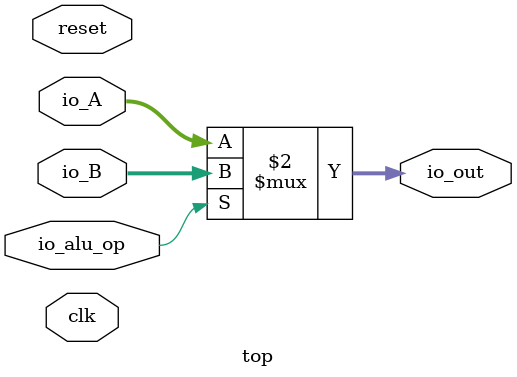
<source format=v>
module top(
  input         clk,
  input         reset,
  input  [31:0] io_A,
  input  [31:0] io_B,
  input         io_alu_op,
  output [31:0] io_out
);
  wire is_copy_a = io_alu_op == 1'd0;
  assign io_out = is_copy_a ? io_A : io_B;
endmodule

</source>
